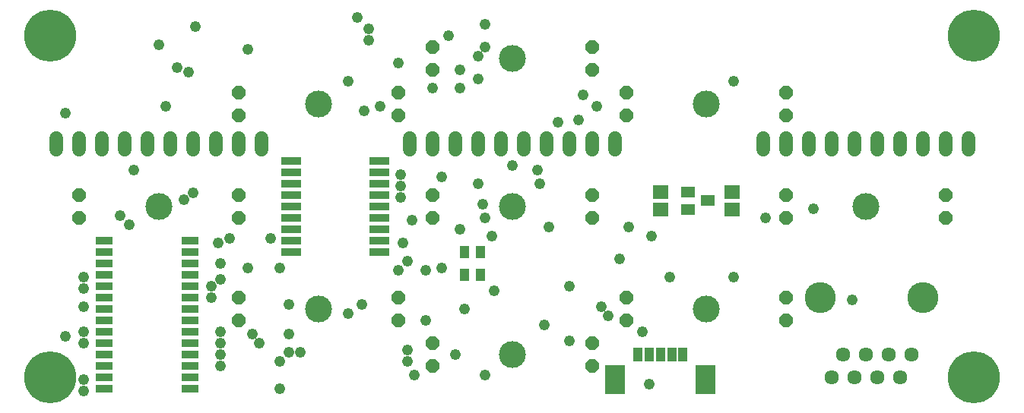
<source format=gts>
G75*
%MOIN*%
%OFA0B0*%
%FSLAX24Y24*%
%IPPOS*%
%LPD*%
%AMOC8*
5,1,8,0,0,1.08239X$1,22.5*
%
%ADD10C,0.1182*%
%ADD11C,0.0634*%
%ADD12C,0.1360*%
%ADD13OC8,0.0600*%
%ADD14C,0.0600*%
%ADD15R,0.0749X0.0336*%
%ADD16R,0.0880X0.0340*%
%ADD17R,0.0671X0.0592*%
%ADD18R,0.0631X0.0474*%
%ADD19R,0.0395X0.0552*%
%ADD20R,0.0395X0.0592*%
%ADD21R,0.0907X0.1261*%
%ADD22C,0.0480*%
%ADD23C,0.2280*%
D10*
X013180Y004430D03*
X021680Y002430D03*
X030180Y004430D03*
X037180Y008930D03*
X030180Y013430D03*
X021680Y015430D03*
X013180Y013430D03*
X006180Y008930D03*
X021680Y008930D03*
D11*
X036180Y002430D03*
X037180Y002430D03*
X038180Y002430D03*
X039180Y002430D03*
X038680Y001430D03*
X037680Y001430D03*
X036680Y001430D03*
X035680Y001430D03*
D12*
X035180Y004930D03*
X039680Y004930D03*
D13*
X033680Y004930D03*
X033680Y003930D03*
X026680Y003930D03*
X026680Y004930D03*
X025180Y002930D03*
X025180Y001930D03*
X018180Y001930D03*
X018180Y002930D03*
X016680Y003930D03*
X016680Y004930D03*
X009680Y004930D03*
X009680Y003930D03*
X009680Y008430D03*
X009680Y009430D03*
X002680Y009430D03*
X002680Y008430D03*
X009680Y012930D03*
X009680Y013930D03*
X016680Y013930D03*
X016680Y012930D03*
X018180Y014930D03*
X018180Y015930D03*
X025180Y015930D03*
X025180Y014930D03*
X026680Y013930D03*
X026680Y012930D03*
X033680Y012930D03*
X033680Y013930D03*
X033680Y009430D03*
X033680Y008430D03*
X040680Y008430D03*
X040680Y009430D03*
X025180Y009430D03*
X025180Y008430D03*
X018180Y008430D03*
X018180Y009430D03*
D14*
X018180Y011420D02*
X018180Y011940D01*
X017180Y011940D02*
X017180Y011420D01*
X019180Y011420D02*
X019180Y011940D01*
X020180Y011940D02*
X020180Y011420D01*
X021180Y011420D02*
X021180Y011940D01*
X022180Y011940D02*
X022180Y011420D01*
X023180Y011420D02*
X023180Y011940D01*
X024180Y011940D02*
X024180Y011420D01*
X025180Y011420D02*
X025180Y011940D01*
X026180Y011940D02*
X026180Y011420D01*
X032680Y011420D02*
X032680Y011940D01*
X033680Y011940D02*
X033680Y011420D01*
X034680Y011420D02*
X034680Y011940D01*
X035680Y011940D02*
X035680Y011420D01*
X036680Y011420D02*
X036680Y011940D01*
X037680Y011940D02*
X037680Y011420D01*
X038680Y011420D02*
X038680Y011940D01*
X039680Y011940D02*
X039680Y011420D01*
X040680Y011420D02*
X040680Y011940D01*
X041680Y011940D02*
X041680Y011420D01*
X010680Y011420D02*
X010680Y011940D01*
X009680Y011940D02*
X009680Y011420D01*
X008680Y011420D02*
X008680Y011940D01*
X007680Y011940D02*
X007680Y011420D01*
X006680Y011420D02*
X006680Y011940D01*
X005680Y011940D02*
X005680Y011420D01*
X004680Y011420D02*
X004680Y011940D01*
X003680Y011940D02*
X003680Y011420D01*
X002680Y011420D02*
X002680Y011940D01*
X001680Y011940D02*
X001680Y011420D01*
D15*
X003798Y007430D03*
X003798Y006930D03*
X003798Y006430D03*
X003798Y005930D03*
X003798Y005430D03*
X003798Y004930D03*
X003798Y004430D03*
X003798Y003930D03*
X003798Y003430D03*
X003798Y002930D03*
X003798Y002430D03*
X003798Y001930D03*
X003798Y001430D03*
X003798Y000930D03*
X007562Y000930D03*
X007562Y001430D03*
X007562Y001930D03*
X007562Y002430D03*
X007562Y002930D03*
X007562Y003430D03*
X007562Y003930D03*
X007562Y004430D03*
X007562Y004930D03*
X007562Y005430D03*
X007562Y005930D03*
X007562Y006430D03*
X007562Y006930D03*
X007562Y007430D03*
D16*
X012000Y007430D03*
X012000Y006930D03*
X012000Y007930D03*
X012000Y008430D03*
X012000Y008930D03*
X012000Y009430D03*
X012000Y009930D03*
X012000Y010430D03*
X012000Y010930D03*
X015860Y010930D03*
X015860Y010430D03*
X015860Y009930D03*
X015860Y009430D03*
X015860Y008930D03*
X015860Y008430D03*
X015860Y007930D03*
X015860Y007430D03*
X015860Y006930D03*
D17*
X028180Y008806D03*
X028180Y009554D03*
X031330Y009554D03*
X031330Y008806D03*
D18*
X030263Y009180D03*
X029397Y008806D03*
X029397Y009554D03*
D19*
X020284Y006930D03*
X019576Y006930D03*
X019576Y005930D03*
X020284Y005930D03*
D20*
X027196Y002422D03*
X027688Y002422D03*
X028180Y002422D03*
X028672Y002422D03*
X029164Y002422D03*
D21*
X030168Y001339D03*
X026192Y001339D03*
D22*
X002880Y000830D03*
X002880Y001330D03*
X002880Y002930D03*
X002080Y003230D03*
X002880Y003430D03*
X002880Y004530D03*
X002880Y005330D03*
X002880Y005830D03*
X004880Y008130D03*
X004480Y008530D03*
X007280Y009230D03*
X007680Y009530D03*
X005080Y010530D03*
X002080Y013030D03*
X006480Y013330D03*
X007480Y014830D03*
X006980Y015030D03*
X006180Y016030D03*
X007780Y016830D03*
X010080Y015830D03*
X014480Y014430D03*
X016680Y015230D03*
X015380Y016230D03*
X015380Y016730D03*
X014880Y017230D03*
X018880Y016430D03*
X020480Y015930D03*
X020180Y015530D03*
X019380Y014930D03*
X020180Y014530D03*
X019380Y014130D03*
X018180Y014130D03*
X015880Y013330D03*
X015180Y013130D03*
X021680Y010730D03*
X022780Y010530D03*
X022880Y009930D03*
X020380Y009030D03*
X020480Y008430D03*
X019380Y007930D03*
X020780Y007630D03*
X023280Y008030D03*
X026380Y006630D03*
X027780Y007630D03*
X026780Y008030D03*
X028580Y005830D03*
X031380Y005830D03*
X036580Y004830D03*
X032780Y008430D03*
X034880Y008830D03*
X025580Y004530D03*
X025880Y004130D03*
X027380Y003430D03*
X024180Y003030D03*
X023080Y003730D03*
X019580Y004430D03*
X017880Y003930D03*
X015080Y004630D03*
X014480Y004230D03*
X011880Y004630D03*
X011880Y003330D03*
X010580Y002930D03*
X010280Y003330D03*
X008880Y003430D03*
X008880Y002930D03*
X008880Y002430D03*
X008880Y001930D03*
X011480Y002130D03*
X011880Y002530D03*
X012380Y002530D03*
X011480Y000930D03*
X017080Y002130D03*
X017080Y002630D03*
X019180Y002430D03*
X020480Y001530D03*
X017380Y001530D03*
X020880Y005230D03*
X018580Y006230D03*
X017880Y006130D03*
X017080Y006530D03*
X016680Y006130D03*
X016880Y007330D03*
X017280Y008330D03*
X016780Y009330D03*
X016780Y009830D03*
X016780Y010330D03*
X018580Y010230D03*
X020180Y009930D03*
X023680Y012630D03*
X024580Y012730D03*
X025380Y013330D03*
X024780Y013830D03*
X031380Y014430D03*
X020480Y016930D03*
X011080Y007530D03*
X009280Y007530D03*
X008780Y007330D03*
X008880Y006430D03*
X010080Y006230D03*
X008880Y005730D03*
X008480Y005430D03*
X008480Y004930D03*
X011480Y006230D03*
X024180Y005430D03*
X027680Y001130D03*
D23*
X041930Y001430D03*
X041930Y016430D03*
X001430Y016430D03*
X001430Y001430D03*
M02*

</source>
